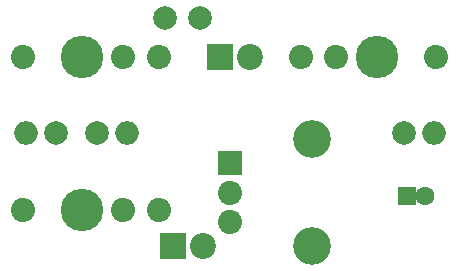
<source format=gbr>
G04 #@! TF.GenerationSoftware,KiCad,Pcbnew,(5.0.0)*
G04 #@! TF.CreationDate,2018-08-18T16:48:04+02:00*
G04 #@! TF.ProjectId,1u_lpg,31755F6C70672E6B696361645F706362,rev?*
G04 #@! TF.SameCoordinates,Original*
G04 #@! TF.FileFunction,Soldermask,Top*
G04 #@! TF.FilePolarity,Negative*
%FSLAX46Y46*%
G04 Gerber Fmt 4.6, Leading zero omitted, Abs format (unit mm)*
G04 Created by KiCad (PCBNEW (5.0.0)) date 08/18/18 16:48:04*
%MOMM*%
%LPD*%
G01*
G04 APERTURE LIST*
%ADD10C,1.600000*%
%ADD11R,1.600000X1.600000*%
%ADD12C,2.200000*%
%ADD13R,2.200000X2.200000*%
%ADD14C,2.048460*%
%ADD15C,3.600000*%
%ADD16O,2.000000X2.000000*%
%ADD17C,2.000000*%
%ADD18R,2.048460X2.048460*%
%ADD19C,3.194000*%
G04 APERTURE END LIST*
D10*
G04 #@! TO.C,C1*
X35500000Y-16250000D03*
D11*
X34000000Y-16250000D03*
G04 #@! TD*
D12*
G04 #@! TO.C,D1*
X20750000Y-4500000D03*
D13*
X18210000Y-4500000D03*
G04 #@! TD*
D12*
G04 #@! TO.C,D2*
X16750000Y-20500000D03*
D13*
X14210000Y-20500000D03*
G04 #@! TD*
D14*
G04 #@! TO.C,J_CV_1*
X1501280Y-17500000D03*
X9997580Y-17500000D03*
X12999860Y-17500000D03*
D15*
X6500000Y-17500000D03*
G04 #@! TD*
G04 #@! TO.C,J_IN_1*
X6500000Y-4500000D03*
D14*
X12999860Y-4500000D03*
X9997580Y-4500000D03*
X1501280Y-4500000D03*
G04 #@! TD*
G04 #@! TO.C,J_OUT_1*
X36498720Y-4500000D03*
X28002420Y-4500000D03*
X25000140Y-4500000D03*
D15*
X31500000Y-4500000D03*
G04 #@! TD*
D16*
G04 #@! TO.C,R_LED_1*
X1710000Y-11000000D03*
D17*
X4250000Y-11000000D03*
G04 #@! TD*
D16*
G04 #@! TO.C,R_OUT_1*
X36290000Y-11000000D03*
D17*
X33750000Y-11000000D03*
G04 #@! TD*
G04 #@! TO.C,R_VAC_1*
X7750000Y-11000000D03*
D16*
X10290000Y-11000000D03*
G04 #@! TD*
D17*
G04 #@! TO.C,VAC-PHOTO1*
X16500000Y-1250000D03*
X13500000Y-1250000D03*
G04 #@! TD*
D18*
G04 #@! TO.C,RV1*
X19002300Y-13500640D03*
D14*
X19002300Y-16000000D03*
X19002300Y-18499360D03*
D19*
X26000000Y-11501660D03*
X26000000Y-20498340D03*
G04 #@! TD*
M02*

</source>
